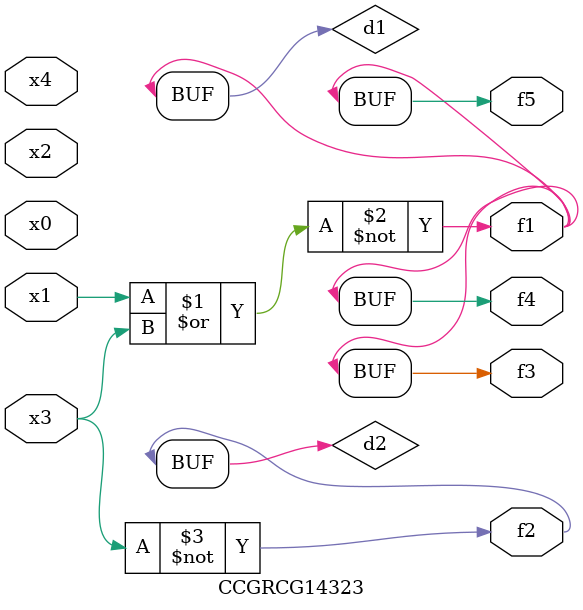
<source format=v>
module CCGRCG14323(
	input x0, x1, x2, x3, x4,
	output f1, f2, f3, f4, f5
);

	wire d1, d2;

	nor (d1, x1, x3);
	not (d2, x3);
	assign f1 = d1;
	assign f2 = d2;
	assign f3 = d1;
	assign f4 = d1;
	assign f5 = d1;
endmodule

</source>
